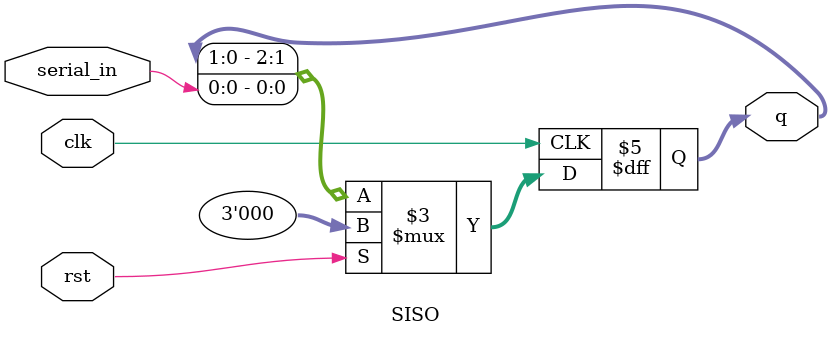
<source format=v>
module SISO ( 
    input  wire clk,     // clock input 
    input  wire rst,     // synchronous reset 
    input  wire serial_in, // serial data input 
    output reg  [2:0] q   // 3-bit register output 
); 
 
always @(posedge clk) begin 
    if (rst) 
        q <= 3'b000;          // reset all bits 
    else 
        q <= {q[1:0], serial_in}; // shift left 
end 
endmodule
</source>
